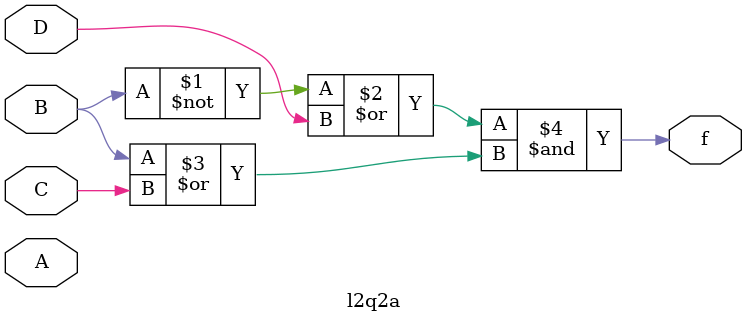
<source format=v>
module l2q2a(A,B,C,D,f);
	input A,B,C,D;
	output f;
	assign f=(~B|D)&(B|C);
endmodule

</source>
